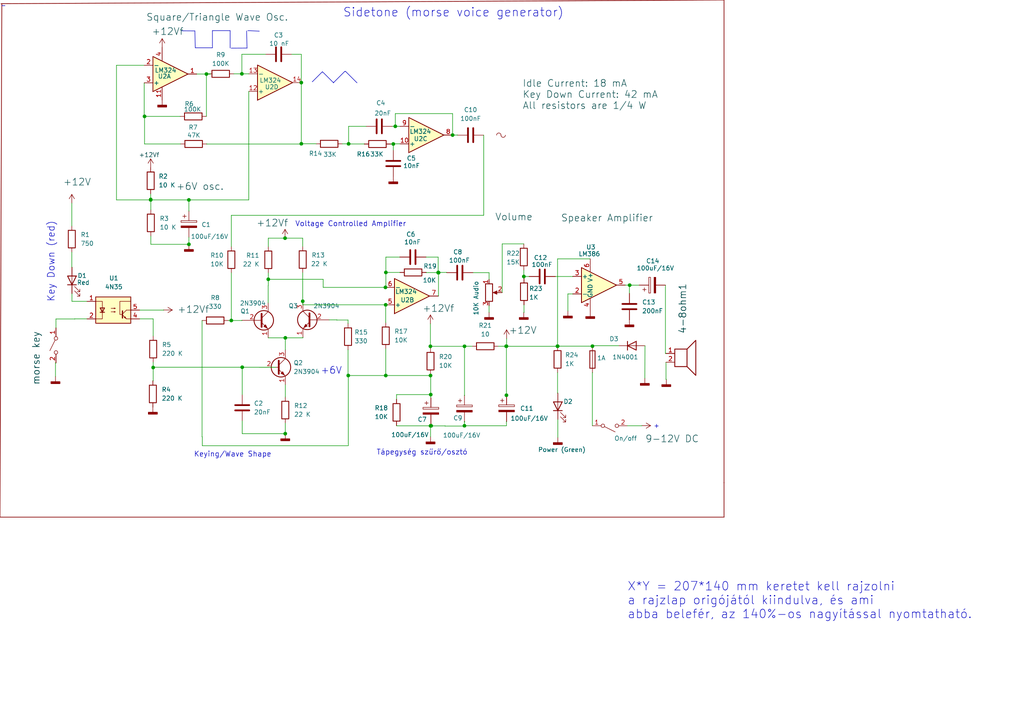
<source format=kicad_sch>
(kicad_sch (version 20230121) (generator eeschema)
  (paper "A4")
  (title_block (title "sidetone-cw-voice-generator") (date "2024-02-03") (rev "0"))
  (lib_symbols
    (symbol "Amplifier_Audio:LM386" (pin_names (offset 0.127))
      (property "Reference" "U3" (at -2.3596 11.0316 0))
      (property "Value" "LM386" (at -2.7923 9.0535 0))
      (symbol "LM386_0_1"
        (polyline (pts (xy 5.08 0) (xy -5.08 5.08) (xy -5.08 -5.08) (xy 5.08 0)) (stroke (width 0.254)) (fill (type background)))
      )
      (symbol "LM386_1_1"
        (pin no_connect line (at 0 0 270) (length 2.54) hide (name "GAIN") (number "1"))
        (pin input line (at -7.62 -2.54 0) (length 2.54) (name "-") (number "2"))
        (pin input line (at -7.62 2.54 0) (length 2.54) (name "+") (number "3"))
        (pin power_in line (at -2.54 -7.62 90) (length 3.81) (name "GND") (number "4"))
        (pin output line (at 7.62 0 180) (length 2.54) (name "~") (number "5"))
        (pin power_in line (at -2.54 7.62 270) (length 3.81) (name "V+") (number "6"))
        (pin no_connect line (at -1.27 0 90) (length 2.5) hide (name "BYPASS") (number "7"))
        (pin no_connect line (at 1.27 1.27 270) (length 1.5) hide (name "GAIN") (number "8"))
      )
    )
    (symbol "Amplifier_Operational:LM324" (pin_names (offset 0.127))
      (property "Reference" "U" (at 0 5.08 0))
      (property "Value" "LM324" (at 0 -5.08 0))
      (symbol "LM324_1_1"
        (polyline (pts (xy -5.08 5.08) (xy 5.08 0) (xy -5.08 -5.08) (xy -5.08 5.08)) (stroke (width 0.254)) (fill (type background)))
        (pin output line (at 7.62 0 180) (length 2.54) (name "~") (number "1"))
        (pin input line (at -7.62 -2.54 0) (length 2.54) (name "-") (number "2"))
        (pin input line (at -7.62 2.54 0) (length 2.54) (name "+") (number "3"))
      )
      (symbol "LM324_2_1"
        (polyline (pts (xy -5.08 5.08) (xy 5.08 0) (xy -5.08 -5.08) (xy -5.08 5.08)) (stroke (width 0.254)) (fill (type background)))
        (pin input line (at -7.62 2.54 0) (length 2.54) (name "+") (number "5"))
        (pin input line (at -7.62 -2.54 0) (length 2.54) (name "-") (number "6"))
        (pin output line (at 7.62 0 180) (length 2.54) (name "~") (number "7"))
      )
      (symbol "LM324_3_1"
        (polyline (pts (xy -5.08 5.08) (xy 5.08 0) (xy -5.08 -5.08) (xy -5.08 5.08)) (stroke (width 0.254)) (fill (type background)))
        (pin input line (at -7.62 2.54 0) (length 2.54) (name "+") (number "10"))
        (pin output line (at 7.62 0 180) (length 2.54) (name "~") (number "8"))
        (pin input line (at -7.62 -2.54 0) (length 2.54) (name "-") (number "9"))
      )
      (symbol "LM324_4_1"
        (polyline (pts (xy -5.08 5.08) (xy 5.08 0) (xy -5.08 -5.08) (xy -5.08 5.08)) (stroke (width 0.254)) (fill (type background)))
        (pin input line (at -7.62 2.54 0) (length 2.54) (name "+") (number "12"))
        (pin input line (at -7.62 -2.54 0) (length 2.54) (name "-") (number "13"))
        (pin output line (at 7.62 0 180) (length 2.54) (name "~") (number "14"))
      )
      (symbol "LM324_5_1"
        (pin power_in line (at -2.54 -7.62 90) (length 3.81) (name "V-") (number "11"))
        (pin power_in line (at -2.54 7.62 270) (length 3.81) (name "V+") (number "4"))
      )
    )
    (symbol "Device:C" (pin_numbers hide) (pin_names (offset 0.254))
      (property "Reference" "C" (at 0.635 2.54 0))
      (property "Value" "C" (at 0.635 -2.54 0))
      (symbol "C_0_1"
        (polyline (pts (xy -2.032 -0.762) (xy 2.032 -0.762)) (stroke (width 0.508)))
        (polyline (pts (xy -2.032 0.762) (xy 2.032 0.762)) (stroke (width 0.508)))
      )
      (symbol "C_1_1"
        (pin passive line (at 0 3.81 270) (length 2.794) (name "~") (number "1"))
        (pin passive line (at 0 -3.81 90) (length 2.794) (name "~") (number "2"))
      )
    )
    (symbol "Device:C_Polarized" (pin_numbers hide) (pin_names (offset 0.254))
      (property "Reference" "C" (at 0.635 2.54 0))
      (property "Value" "C_Polarized" (at 0.635 -2.54 0))
      (symbol "C_Polarized_0_1"
        (rectangle (start -2.286 0.508) (end 2.286 1.016))
        (polyline (pts (xy -1.778 2.286) (xy -0.762 2.286)))
        (polyline (pts (xy -1.27 2.794) (xy -1.27 1.778)))
        (rectangle (start 2.286 -0.508) (end -2.286 -1.016) (fill (type outline)))
      )
      (symbol "C_Polarized_1_1"
        (pin passive line (at 0 3.81 270) (length 2.794) (name "~") (number "1"))
        (pin passive line (at 0 -3.81 90) (length 2.794) (name "~") (number "2"))
      )
    )
    (symbol "Device:Fuse" (pin_numbers hide) (pin_names (offset 0))
      (property "Reference" "F" (at 2.032 0 90))
      (property "Value" "Fuse" (at -1.905 0 90))
      (symbol "Fuse_0_1"
        (rectangle (start -0.762 -2.54) (end 0.762 2.54) (stroke (width 0.254)))
        (polyline (pts (xy 0 2.54) (xy 0 -2.54)))
      )
      (symbol "Fuse_1_1"
        (pin passive line (at 0 3.81 270) (length 1.27) (name "~") (number "1"))
        (pin passive line (at 0 -3.81 90) (length 1.27) (name "~") (number "2"))
      )
    )
    (symbol "Device:LED" (pin_numbers hide) (pin_names (offset 1.016) hide)
      (property "Reference" "D" (at 0 2.54 0))
      (property "Value" "LED" (at 0 -2.54 0))
      (symbol "LED_0_1"
        (polyline (pts (xy -1.27 -1.27) (xy -1.27 1.27)) (stroke (width 0.254)))
        (polyline (pts (xy -1.27 0) (xy 1.27 0)))
        (polyline (pts (xy 1.27 -1.27) (xy 1.27 1.27) (xy -1.27 0) (xy 1.27 -1.27)) (stroke (width 0.254)))
        (polyline (pts (xy -3.048 -0.762) (xy -4.572 -2.286) (xy -3.81 -2.286) (xy -4.572 -2.286) (xy -4.572 -1.524)))
        (polyline (pts (xy -1.778 -0.762) (xy -3.302 -2.286) (xy -2.54 -2.286) (xy -3.302 -2.286) (xy -3.302 -1.524)))
      )
      (symbol "LED_1_1"
        (pin passive line (at -3.81 0 0) (length 2.54) (name "K") (number "1"))
        (pin passive line (at 3.81 0 180) (length 2.54) (name "A") (number "2"))
      )
    )
    (symbol "Device:R" (pin_numbers hide) (pin_names (offset 0))
      (property "Reference" "R" (at 2.032 0 90))
      (property "Value" "R" (at 0 0 90))
      (symbol "R_0_1"
        (rectangle (start -1.016 -2.54) (end 1.016 2.54) (stroke (width 0.254)))
      )
      (symbol "R_1_1"
        (pin passive line (at 0 3.81 270) (length 1.27) (name "~") (number "1"))
        (pin passive line (at 0 -3.81 90) (length 1.27) (name "~") (number "2"))
      )
    )
    (symbol "Device:R_Potentiometer" (pin_names (offset 1.016) hide)
      (property "Reference" "RV" (at -4.445 0 90))
      (property "Value" "R_Potentiometer" (at -2.54 0 90))
      (symbol "R_Potentiometer_0_1"
        (polyline (pts (xy 2.54 0) (xy 1.524 0)))
        (polyline (pts (xy 1.143 0) (xy 2.286 0.508) (xy 2.286 -0.508) (xy 1.143 0)) (fill (type outline)))
        (rectangle (start 1.016 2.54) (end -1.016 -2.54) (stroke (width 0.254)))
      )
      (symbol "R_Potentiometer_1_1"
        (pin passive line (at 0 3.81 270) (length 1.27) (name "1") (number "1"))
        (pin passive line (at 3.81 0 180) (length 1.27) (name "2") (number "2"))
        (pin passive line (at 0 -3.81 90) (length 1.27) (name "3") (number "3"))
      )
    )
    (symbol "Device:Speaker" (pin_names (offset 0) hide)
      (property "Reference" "LS" (at 1.27 5.715 0))
      (property "Value" "Speaker" (at 1.27 3.81 0))
      (symbol "Speaker_0_0"
        (rectangle (start -2.54 1.27) (end 1.016 -3.81) (stroke (width 0.254)))
        (polyline (pts (xy 1.016 1.27) (xy 3.556 3.81) (xy 3.556 -6.35) (xy 1.016 -3.81)) (stroke (width 0.254)))
      )
      (symbol "Speaker_1_1"
        (pin input line (at -5.08 0 0) (length 2.54) (name "1") (number "1"))
        (pin input line (at -5.08 -2.54 0) (length 2.54) (name "2") (number "2"))
      )
    )
    (symbol "Diode:1N4001" (pin_numbers hide) (pin_names hide)
      (property "Reference" "D" (at 0 2.54 0))
      (property "Value" "1N4001" (at 0 -2.54 0))
      (symbol "1N4001_0_1"
        (polyline (pts (xy -1.27 1.27) (xy -1.27 -1.27)) (stroke (width 0.254)))
        (polyline (pts (xy 1.27 0) (xy -1.27 0)))
        (polyline (pts (xy 1.27 1.27) (xy 1.27 -1.27) (xy -1.27 0) (xy 1.27 1.27)) (stroke (width 0.254)))
      )
      (symbol "1N4001_1_1"
        (pin passive line (at -3.81 0 0) (length 2.54) (name "K") (number "1"))
        (pin passive line (at 3.81 0 180) (length 2.54) (name "A") (number "2"))
      )
    )
    (symbol "Isolator:4N35" (pin_names (offset 1.016))
      (property "Reference" "U1" (at 0.1536 9.2654 0))
      (property "Value" "4N35" (at 0.1536 6.7254 0))
      (symbol "4N35_0_1"
        (rectangle (start -5.08 3.81) (end 5.08 -3.81) (stroke (width 0.254)) (fill (type background)))
        (polyline (pts (xy -3.81 -0.635) (xy -2.54 -0.635)) (stroke (width 0.254)))
        (polyline (pts (xy 2.667 -1.397) (xy 3.81 -2.54)))
        (polyline (pts (xy 2.667 -1.143) (xy 3.81 0)))
        (polyline (pts (xy 3.81 -2.54) (xy 5.08 -2.54)))
        (polyline (pts (xy 3.81 0) (xy 5.08 0)))
        (polyline (pts (xy 2.667 -0.254) (xy 2.667 -2.286) (xy 2.667 -2.286)) (stroke (width 0.3556)))
        (polyline (pts (xy -5.08 -2.54) (xy -3.175 -2.54) (xy -3.175 2.54) (xy -5.08 2.54)))
        (polyline (pts (xy -3.175 -0.635) (xy -3.81 0.635) (xy -2.54 0.635) (xy -3.175 -0.635)) (stroke (width 0.254)))
        (polyline (pts (xy 3.683 -2.413) (xy 3.429 -1.905) (xy 3.175 -2.159) (xy 3.683 -2.413)))
        (polyline (pts (xy 5.08 2.54) (xy 1.905 2.54) (xy 1.905 -1.27) (xy 2.54 -1.27)))
        (polyline (pts (xy -0.635 -0.508) (xy 0.635 -0.508) (xy 0.254 -0.635) (xy 0.254 -0.381) (xy 0.635 -0.508)))
        (polyline (pts (xy -0.635 0.508) (xy 0.635 0.508) (xy 0.254 0.381) (xy 0.254 0.635) (xy 0.635 0.508)))
      )
      (symbol "4N35_1_1"
        (pin passive line (at -7.62 2.54 0) (length 2.54) (name "~") (number "1"))
        (pin passive line (at -7.62 -2.54 0) (length 2.54) (name "~") (number "2"))
        (pin no_connect line (at -5.08 0 0) (length 2.54) hide (name "NC") (number "3"))
        (pin passive line (at 7.62 -2.54 180) (length 2.54) (name "~") (number "4"))
        (pin passive line (at 7.62 0 180) (length 2.54) (name "~") (number "5"))
        (pin no_connect line (at 2.54 2.54 0) (length 2.54) hide (name "~") (number "6"))
      )
    )
    (symbol "LM324_3" (pin_names (offset 0.127) hide)
      (property "Reference" "U" (at 0 5.08 0))
      (property "Value" "LM324" (at 0 -5.08 0))
      (symbol "LM324_3_1_1"
        (polyline (pts (xy -5.08 5.08) (xy 5.08 0) (xy -5.08 -5.08) (xy -5.08 5.08)) (stroke (width 0.254)) (fill (type background)))
        (pin output line (at 7.62 0 180) (length 2.54) (name "~") (number "1"))
        (pin input line (at -7.62 -2.54 0) (length 2.54) (name "-") (number "2"))
        (pin input line (at -7.62 2.54 0) (length 2.54) (name "+") (number "3"))
      )
      (symbol "LM324_3_2_1"
        (polyline (pts (xy -5.08 5.08) (xy 5.08 0) (xy -5.08 -5.08) (xy -5.08 5.08)) (stroke (width 0.254)) (fill (type background)))
        (pin input line (at -7.62 2.54 0) (length 2.54) (name "+") (number "5"))
        (pin input line (at -7.62 -2.54 0) (length 2.54) (name "-") (number "6"))
        (pin output line (at 7.62 0 180) (length 2.54) (name "~") (number "7"))
      )
      (symbol "LM324_3_3_1"
        (polyline (pts (xy -5.08 5.08) (xy 5.08 0) (xy -5.08 -5.08) (xy -5.08 5.08)) (stroke (width 0.254)) (fill (type background)))
        (pin input line (at -7.62 2.54 0) (length 2.54) (name "+") (number "10"))
        (pin output line (at 7.62 0 180) (length 2.54) (name "~") (number "8"))
        (pin input line (at -7.62 -2.54 0) (length 2.54) (name "-") (number "9"))
      )
      (symbol "LM324_3_4_1"
        (polyline (pts (xy -5.08 5.08) (xy 5.08 0) (xy -5.08 -5.08) (xy -5.08 5.08)) (stroke (width 0.254)) (fill (type background)))
        (pin input line (at -7.62 2.54 0) (length 2.54) (name "+") (number "12"))
        (pin input line (at -7.62 -2.54 0) (length 2.54) (name "-") (number "13"))
        (pin output line (at 7.62 0 180) (length 2.54) (name "~") (number "14"))
      )
      (symbol "LM324_3_5_1"
        (pin power_in line (at -2.54 -7.62 90) (length 3.81) (name "V-") (number "11"))
        (pin power_in line (at -2.54 7.62 270) (length 3.81) (name "V+") (number "4"))
      )
    )
    (symbol "Simulation_SPICE:VSIN" (pin_numbers hide) (pin_names (offset 0.0254) hide)
      (symbol "VSIN_0_0"
        (arc (start 0 0) (mid -0.635 0.6323) (end -1.27 0))
        (arc (start 0 0) (mid 0.635 -0.6323) (end 1.27 0))
      )
    )
    (symbol "Switch:SW_DPST_x2" (pin_names (offset 0) hide)
      (property "Reference" "SW" (at 0 3.175 0))
      (property "Value" "SW_DPST_x2" (at 0 -2.54 0))
      (symbol "SW_DPST_x2_0_0"
        (circle (center -2.032 0) (radius 0.508))
        (polyline (pts (xy -1.524 0.254) (xy 1.524 1.778)))
        (circle (center 2.032 0) (radius 0.508))
      )
      (symbol "SW_DPST_x2_1_1"
        (pin passive line (at -5.08 0 0) (length 2.54) (name "A") (number "1"))
        (pin passive line (at 5.08 0 180) (length 2.54) (name "B") (number "2"))
      )
      (symbol "SW_DPST_x2_2_1"
        (pin passive line (at -5.08 0 0) (length 2.54) (name "A") (number "3"))
        (pin passive line (at 5.08 0 180) (length 2.54) (name "B") (number "4"))
      )
    )
    (symbol "Transistor_BJT:2N3904" (pin_names (offset 0) hide)
      (property "Reference" "Q" (at 5.08 1.905 0))
      (property "Value" "2N3904" (at 5.08 0 0))
      (symbol "2N3904_0_1"
        (polyline (pts (xy 0.635 0.635) (xy 2.54 2.54)))
        (polyline (pts (xy 0.635 -0.635) (xy 2.54 -2.54) (xy 2.54 -2.54)))
        (polyline (pts (xy 0.635 1.905) (xy 0.635 -1.905) (xy 0.635 -1.905)) (stroke (width 0.508)))
        (polyline (pts (xy 1.27 -1.778) (xy 1.778 -1.27) (xy 2.286 -2.286) (xy 1.27 -1.778) (xy 1.27 -1.778)) (fill (type outline)))
        (circle (center 1.27 0) (radius 2.8194) (stroke (width 0.254)))
      )
      (symbol "2N3904_1_1"
        (pin passive line (at 2.54 -5.08 90) (length 2.54) (name "E") (number "1"))
        (pin passive line (at -5.08 0 0) (length 5.715) (name "B") (number "2"))
        (pin passive line (at 2.54 5.08 270) (length 2.54) (name "C") (number "3"))
      )
    )
    (symbol "VCC_1" (power) (pin_names (offset 0))
      (property "Value" "VCC_1" (at 0 3.81 0))
      (symbol "VCC_1_0_1"
        (polyline (pts (xy -0.762 1.27) (xy 0 2.54)))
        (polyline (pts (xy 0 0) (xy 0 2.54)))
        (polyline (pts (xy 0 2.54) (xy 0.762 1.27)))
      )
      (symbol "VCC_1_1_1"
        (pin power_in line (at 0 0 90) (length 0) hide (name "VCC") (number "1"))
      )
    )
    (symbol "power:GNDD" (power) (pin_names (offset 0))
      (property "Value" "GNDD" (at 0 -3.175 0))
      (symbol "GNDD_0_1"
        (rectangle (start -1.27 -1.524) (end 1.27 -2.032) (stroke (width 0.254)) (fill (type outline)))
        (polyline (pts (xy 0 0) (xy 0 -1.524)))
      )
      (symbol "GNDD_1_1"
        (pin power_in line (at 0 0 270) (length 0) hide (name "GNDD") (number "1"))
      )
    )
    (symbol "power:VCC" (power) (pin_names (offset 0))
      (property "Value" "VCC" (at 0 3.81 0))
      (symbol "VCC_0_1"
        (polyline (pts (xy -0.762 1.27) (xy 0 2.54)))
        (polyline (pts (xy 0 0) (xy 0 2.54)))
        (polyline (pts (xy 0 2.54) (xy 0.762 1.27)))
      )
      (symbol "VCC_1_1"
        (pin power_in line (at 0 0 90) (length 0) hide (name "VCC") (number "1"))
      )
    )
  )
  (junction (at 124.8648 108.9173))
  (junction (at 124.9285 114.4492))
  (junction (at 146.8864 100.4216))
  (junction (at 182.6301 82.7092))
  (junction (at 146.8864 114.6369))
  (junction (at 70.1535 21.4162))
  (junction (at 54.7889 70.8612))
  (junction (at 43.7062 57.983))
  (junction (at 127.1797 79.0582))
  (junction (at 171.8323 100.4011))
  (junction (at 77.8155 81.0052))
  (junction (at 111.886 108.9173))
  (junction (at 161.7134 100.4011))
  (junction (at 151.9306 80.1949))
  (junction (at 111.8683 88.4098))
  (junction (at 134.7257 100.446))
  (junction (at 70.2524 106.5108))
  (junction (at 134.7124 123.4873))
  (junction (at 87.3989 41.6948))
  (junction (at 87.8039 87.3696))
  (junction (at 114.0661 41.7627))
  (junction (at 111.919 79.0175))
  (junction (at 43.7062 57.8585))
  (junction (at 44.4279 106.5963))
  (junction (at 131.2716 39.174))
  (junction (at 114.6586 36.6414))
  (junction (at 161.7134 100.4308))
  (junction (at 59.873 21.4741))
  (junction (at 124.837 100.446))
  (junction (at 101.1091 41.718))
  (junction (at 125.0491 123.5056))
  (junction (at 127.1797 79.0859))
  (junction (at 124.8755 123.5056))
  (junction (at 101.0154 108.9173))
  (junction (at 146.808 100.4216))
  (junction (at 111.7973 83.3575))
  (junction (at 82.7562 97.9894))
  (junction (at 41.9235 33.7589))
  (junction (at 127.0839 79.0582))
  (junction (at 82.6723 69.0736))
  (junction (at 54.7843 57.983))
  (junction (at 67.0954 92.9552))
  (junction (at 82.7395 125.7799))
  (junction (at 87.3947 23.9597))
  (wire (pts (xy 111.919 83.3575) (xy 111.919 79.0175)))
  (wire (pts (xy 132.6851 39.1988) (xy 132.6851 39.174)))
  (wire (pts (xy 134.7124 123.4873) (xy 134.7124 122.3832)))
  (wire (pts (xy 70.2524 125.7799) (xy 82.7395 125.7799)))
  (wire (pts (xy 111.886 93.4098) (xy 111.886 93.5717)))
  (wire (pts (xy 54.7843 57.983) (xy 72.1547 57.983)))
  (wire (pts (xy 127.0839 74.5678) (xy 123.5555 74.5678)))
  (wire (pts (xy 58.6747 129.286) (xy 58.6747 126.6683)))
  (wire (pts (xy 41.9235 41.7526) (xy 52.3545 41.7526)))
  (polyline (pts (xy 61.6139 8.8821) (xy 66.7494 8.8821)))
  (wire (pts (xy 87.8039 69.0736) (xy 82.6723 69.0736)))
  (wire (pts (xy 141.8514 79.0859) (xy 141.8514 81.0489)))
  (wire (pts (xy 153.462 80.1949) (xy 151.9306 80.1949)))
  (wire (pts (xy 182.5584 85.1096) (xy 182.5584 82.7092)))
  (wire (pts (xy 115.0174 114.4492) (xy 124.9285 114.4492)))
  (wire (pts (xy 124.837 100.9383) (xy 124.8648 100.9383)))
  (wire (pts (xy 20.8289 73.1559) (xy 20.8289 77.516)))
  (wire (pts (xy 129.0949 123.5296) (xy 129.0949 123.5732)))
  (wire (pts (xy 146.8864 114.6369) (xy 146.8864 114.724)))
  (wire (pts (xy 87.3947 41.6948) (xy 87.3989 41.6948)))
  (wire (pts (xy 124.9718 115.3708) (xy 124.9285 115.3708)))
  (wire (pts (xy 111.886 108.9173) (xy 124.8648 108.9173)))
  (polyline (pts (xy 75.2177 9.0373) (xy 71.8849 8.8821)))
  (wire (pts (xy 151.9797 90.6001) (xy 151.9138 90.6001)))
  (wire (pts (xy 187.0747 100.2769) (xy 187.028 109.7046)))
  (wire (pts (xy 77.8155 81.0052) (xy 93.7345 81.0052)))
  (wire (pts (xy 59.9745 41.7526) (xy 59.9745 41.773)))
  (wire (pts (xy 99.2848 41.718) (xy 101.1091 41.718)))
  (wire (pts (xy 70.1535 15.7401) (xy 70.1535 21.4162)))
  (wire (pts (xy 82.7395 122.744) (xy 82.7395 125.7799)))
  (wire (pts (xy 16.0907 109.2098) (xy 16.0907 105.2656)))
  (wire (pts (xy 100.9455 101.4474) (xy 100.9455 108.9173)))
  (wire (pts (xy 44.4279 105.0654) (xy 44.4279 106.5963)))
  (wire (pts (xy 43.7062 57.983) (xy 54.7843 57.983)))
  (wire (pts (xy 47.4374 89.9407) (xy 47.4374 89.9114)))
  (wire (pts (xy 161.7134 114.017) (xy 161.7909 114.017)))
  (wire (pts (xy 91.6648 41.6948) (xy 91.6648 41.718)))
  (wire (pts (xy 43.7062 57.983) (xy 33.7878 57.983)))
  (wire (pts (xy 54.7889 68.8185) (xy 54.7889 70.8612)))
  (polyline (pts (xy 93.4363 20.8693) (xy 93.5943 20.8693)))
  (wire (pts (xy 115.0174 123.5056) (xy 115.0174 123.417)))
  (wire (pts (xy 61.002 21.4741) (xy 61.002 21.4162)))
  (wire (pts (xy 44.5046 106.5108) (xy 70.2524 106.5108)))
  (wire (pts (xy 125.0491 123.5056) (xy 125.0491 123.5296)))
  (wire (pts (xy 44.4279 92.4807) (xy 44.4279 97.4454)))
  (wire (pts (xy 67.0954 92.9552) (xy 70.1598 92.9552)))
  (wire (pts (xy 101.0154 108.9173) (xy 111.886 108.9173)))
  (wire (pts (xy 134.7124 123.4873) (xy 134.7124 123.5732)))
  (wire (pts (xy 146.8864 100.4216) (xy 146.8864 114.6369)))
  (wire (pts (xy 193.1695 105.0632) (xy 193.1695 110.0163)))
  (wire (pts (xy 111.919 74.5678) (xy 115.9355 74.5678)))
  (wire (pts (xy 77.8155 82.8294) (xy 77.8155 81.0052)))
  (wire (pts (xy 146.9365 114.6369) (xy 146.8864 114.6369)))
  (wire (pts (xy 193.2576 110.0163) (xy 193.2576 110.0695)))
  (polyline (pts (xy 0.5267 1.645) (xy 1.454 1.645)))
  (wire (pts (xy 87.8603 87.3696) (xy 87.8039 87.3696)))
  (wire (pts (xy 21.6686 92.4807) (xy 21.6686 92.516)))
  (wire (pts (xy 134.7574 122.3832) (xy 134.7124 122.3832)))
  (wire (pts (xy 113.8085 36.6414) (xy 114.6586 36.6414)))
  (wire (pts (xy 146.9369 100.4216) (xy 146.8864 100.4216)))
  (wire (pts (xy 182.6301 82.7009) (xy 182.6301 82.7092)))
  (wire (pts (xy 124.837 100.446) (xy 134.7257 100.446)))
  (wire (pts (xy 116.0316 41.714) (xy 114.0661 41.714)))
  (wire (pts (xy 82.7558 115.124) (xy 82.7395 115.124)))
  (wire (pts (xy 82.7562 97.9894) (xy 87.8603 97.9894)))
  (polyline (pts (xy 56.5208 8.9674) (xy 52.7005 8.9361)))
  (wire (pts (xy 131.2716 32.9501) (xy 114.6586 32.9501)))
  (wire (pts (xy 124.9718 122.9908) (xy 125.0491 122.9908)))
  (wire (pts (xy 79.9979 106.5192) (xy 75.1358 106.5192)))
  (wire (pts (xy 134.7257 114.6605) (xy 134.7257 100.446)))
  (wire (pts (xy 87.8603 97.9894) (xy 87.8603 97.8574)))
  (wire (pts (xy 132.6851 39.174) (xy 131.2716 39.174)))
  (wire (pts (xy 93.7345 81.0052) (xy 93.7345 83.3575)))
  (wire (pts (xy 59.873 33.7589) (xy 59.873 21.4741)))
  (polyline (pts (xy 210 150) (xy 0 150)) (stroke (width 0.2) (color 132 0 0 1)))
  (wire (pts (xy 25.236 87.4007) (xy 20.8688 87.4007)))
  (wire (pts (xy 161.7909 126.88) (xy 161.7909 121.637)))
  (wire (pts (xy 146.808 100.4216) (xy 146.8864 100.4216)))
  (wire (pts (xy 77.8155 69.0736) (xy 82.6723 69.0736)))
  (wire (pts (xy 171.8323 100.4011) (xy 171.8323 100.2769)))
  (wire (pts (xy 87.3989 41.773) (xy 87.3989 41.6948)))
  (wire (pts (xy 87.3947 15.7401) (xy 87.3947 23.9597)))
  (polyline (pts (xy 66.7494 8.8821) (xy 66.7494 13.9133)))
  (wire (pts (xy 77.0009 15.7401) (xy 70.1535 15.7401)))
  (wire (pts (xy 145.6614 70.7354) (xy 145.6614 84.8589)))
  (wire (pts (xy 57.063 21.4741) (xy 59.873 21.4741)))
  (polyline (pts (xy 0.5267 1.1813) (xy 0 150)) (stroke (width 0.2) (color 132 0 0 1)))
  (wire (pts (xy 87.8039 71.4732) (xy 87.8039 69.0736)))
  (polyline (pts (xy 0.2949 1.0701) (xy 210 0)) (stroke (width 0.2) (color 132 0 0 1)))
  (wire (pts (xy 181.3559 82.7009) (xy 182.6301 82.7009)))
  (wire (pts (xy 134.7122 122.2805) (xy 134.7574 122.2805)))
  (wire (pts (xy 134.7257 114.6605) (xy 134.7122 114.6605)))
  (wire (pts (xy 125.0491 123.5056) (xy 124.8755 123.5056)))
  (wire (pts (xy 124.837 93.9071) (xy 124.837 100.446)))
  (wire (pts (xy 67.0954 71.5127) (xy 67.0954 62.4589)))
  (wire (pts (xy 127.1083 85.8698) (xy 127.1797 85.8698)))
  (wire (pts (xy 61.002 21.4162) (xy 60.1997 21.4162)))
  (wire (pts (xy 124.8755 126.6885) (xy 124.8755 123.5056)))
  (wire (pts (xy 97.709 92.7774) (xy 97.709 92.8173)))
  (wire (pts (xy 111.7973 83.3575) (xy 111.919 83.3575)))
  (wire (pts (xy 82.7558 111.5992) (xy 82.7558 115.124)))
  (wire (pts (xy 87.8039 79.0932) (xy 87.8039 87.3696)))
  (wire (pts (xy 124.8648 108.5583) (xy 124.8648 108.9173)))
  (wire (pts (xy 124.9285 115.3708) (xy 124.9285 114.4492)))
  (wire (pts (xy 58.6048 126.6683) (xy 58.6048 92.9552)))
  (wire (pts (xy 77.8155 69.0736) (xy 77.8155 71.544)))
  (wire (pts (xy 127.0839 79.0582) (xy 127.1797 79.0582)))
  (wire (pts (xy 59.873 21.4741) (xy 61.002 21.4741)))
  (wire (pts (xy 43.7062 56.2315) (xy 43.7062 57.8585)))
  (wire (pts (xy 124.837 100.446) (xy 124.837 100.9383)))
  (polyline (pts (xy 100.231 20.7113) (xy 103.5493 24.0296)))
  (wire (pts (xy 70.2524 122.0773) (xy 70.2524 125.7799)))
  (wire (pts (xy 171.8323 100.4011) (xy 171.8323 100.4585)))
  (wire (pts (xy 114.6586 32.9501) (xy 114.6586 36.6414)))
  (wire (pts (xy 134.7257 100.4216) (xy 136.9372 100.4216)))
  (wire (pts (xy 70.1535 21.4162) (xy 72.1547 21.4162)))
  (polyline (pts (xy 56.6364 13.8676) (xy 61.6139 13.8676)))
  (wire (pts (xy 54.7843 57.983) (xy 54.7843 61.1985)))
  (wire (pts (xy 84.6209 15.7401) (xy 87.3947 15.7401)))
  (wire (pts (xy 134.7124 123.4873) (xy 146.8864 123.4873)))
  (wire (pts (xy 161.7134 75.0809) (xy 161.7134 100.4011)))
  (wire (pts (xy 70.2524 106.5108) (xy 79.9979 106.5108)))
  (wire (pts (xy 127.0839 79.0859) (xy 127.1797 79.0859)))
  (wire (pts (xy 193.0019 82.7092) (xy 193.0019 102.5232)))
  (wire (pts (xy 116.0316 36.6414) (xy 116.0316 36.634)))
  (wire (pts (xy 114.0661 41.714) (xy 114.0661 41.7627)))
  (wire (pts (xy 100.9455 93.8274) (xy 100.9455 92.8173)))
  (wire (pts (xy 166.1159 80.1949) (xy 166.1159 80.1609)))
  (wire (pts (xy 95.4803 92.7774) (xy 97.709 92.7774)))
  (polyline (pts (xy 96.7546 23.9506) (xy 99.9939 20.7113)))
  (wire (pts (xy 151.9306 80.7987) (xy 151.9797 80.7987)))
  (wire (pts (xy 144.5572 100.4216) (xy 146.808 100.4216)))
  (wire (pts (xy 131.2716 39.174) (xy 131.2716 39.2227)))
  (wire (pts (xy 134.7574 122.2805) (xy 134.7574 122.3832)))
  (wire (pts (xy 161.7134 100.4011) (xy 171.8323 100.4011)))
  (wire (pts (xy 141.8514 88.6689) (xy 141.8514 90.5825)))
  (wire (pts (xy 146.808 100.4308) (xy 161.7134 100.4308)))
  (wire (pts (xy 127.1797 85.8698) (xy 127.1797 79.0859)))
  (wire (pts (xy 77.7798 97.9894) (xy 82.7562 97.9894)))
  (wire (pts (xy 127.1797 79.0175) (xy 129.5585 79.0175)))
  (wire (pts (xy 93.7345 83.3575) (xy 111.7973 83.3575)))
  (wire (pts (xy 127.0839 74.5678) (xy 127.0839 79.0582)))
  (wire (pts (xy 114.6586 36.6414) (xy 116.0316 36.6414)))
  (wire (pts (xy 72.1547 26.4997) (xy 72.1547 57.983)))
  (wire (pts (xy 125.0491 123.5296) (xy 129.0949 123.5296)))
  (wire (pts (xy 87.8603 87.6974) (xy 87.8603 87.3696)))
  (polyline (pts (xy 61.6139 13.8676) (xy 61.6139 8.8821)))
  (wire (pts (xy 151.9306 80.1949) (xy 151.9306 80.7987)))
  (wire (pts (xy 77.8155 81.0052) (xy 77.8155 79.164)))
  (wire (pts (xy 164.7108 85.2492) (xy 164.7108 90.1806)))
  (wire (pts (xy 101.0154 108.9173) (xy 100.9455 108.9173)))
  (wire (pts (xy 123.624 79.0582) (xy 123.624 79.0175)))
  (wire (pts (xy 161.082 80.1949) (xy 166.1159 80.1949)))
  (wire (pts (xy 146.9365 122.2569) (xy 146.8864 122.2569)))
  (wire (pts (xy 43.7484 57.8585) (xy 43.7062 57.8585)))
  (wire (pts (xy 146.8864 122.2569) (xy 146.8864 123.4873)))
  (wire (pts (xy 87.8039 88.4098) (xy 87.8039 87.3696)))
  (wire (pts (xy 101.0154 129.286) (xy 58.6747 129.286)))
  (wire (pts (xy 166.1159 85.2492) (xy 166.1159 85.2409)))
  (wire (pts (xy 137.1785 79.0859) (xy 141.8514 79.0859)))
  (polyline (pts (xy 96.7546 24.0296) (xy 96.7546 23.9506)))
  (polyline (pts (xy 210 0) (xy 210 140)) (stroke (width 0.2) (color 132 0 0 1)))
  (wire (pts (xy 129.5585 79.0175) (xy 129.5585 79.0859)))
  (wire (pts (xy 161.7134 108.0508) (xy 161.7134 114.017)))
  (wire (pts (xy 111.7973 83.3298) (xy 111.7973 83.3575)))
  (wire (pts (xy 161.7134 100.4011) (xy 161.7134 100.4308)))
  (wire (pts (xy 127.0839 79.0582) (xy 127.0839 79.0859)))
  (wire (pts (xy 124.8648 108.9173) (xy 124.9285 108.9173)))
  (wire (pts (xy 43.7062 57.8585) (xy 43.7062 57.983)))
  (wire (pts (xy 100.9455 92.8173) (xy 97.709 92.8173)))
  (wire (pts (xy 16.0907 105.2656) (xy 16.2326 105.2656)))
  (wire (pts (xy 134.7257 100.4216) (xy 134.7257 100.446)))
  (wire (pts (xy 33.7878 18.9341) (xy 41.823 18.9341)))
  (wire (pts (xy 101.1091 36.6414) (xy 106.1885 36.6414)))
  (wire (pts (xy 113.2863 41.7627) (xy 114.0661 41.7627)))
  (wire (pts (xy 115.0174 114.4492) (xy 115.0174 115.797)))
  (wire (pts (xy 40.476 92.4807) (xy 44.4279 92.4807)))
  (wire (pts (xy 41.9235 33.7589) (xy 41.823 33.7589)))
  (wire (pts (xy 87.3989 41.6948) (xy 91.6648 41.6948)))
  (wire (pts (xy 186.1504 123.4941) (xy 186.1504 123.4547)))
  (wire (pts (xy 44.4279 110.4549) (xy 44.3352 110.4549)))
  (wire (pts (xy 111.919 74.5678) (xy 111.919 79.0175)))
  (wire (pts (xy 20.8289 77.516) (xy 20.8688 77.516)))
  (wire (pts (xy 127.1797 79.0582) (xy 127.1797 79.0175)))
  (wire (pts (xy 111.8683 88.4098) (xy 111.8683 93.4098)))
  (wire (pts (xy 33.7878 57.983) (xy 33.7878 18.9341)))
  (wire (pts (xy 44.4279 106.5963) (xy 44.4279 110.4549)))
  (wire (pts (xy 129.0949 123.5732) (xy 134.7124 123.5732)))
  (wire (pts (xy 77.7798 82.8294) (xy 77.7798 87.8294)))
  (wire (pts (xy 151.9797 88.4187) (xy 151.9797 90.6001)))
  (wire (pts (xy 111.919 79.0175) (xy 116.004 79.0175)))
  (wire (pts (xy 151.9306 78.3554) (xy 151.9306 80.1949)))
  (wire (pts (xy 101.1091 41.718) (xy 101.1091 36.6414)))
  (wire (pts (xy 44.5046 106.5108) (xy 44.5046 106.5963)))
  (wire (pts (xy 79.9979 106.5108) (xy 79.9979 106.5192)))
  (wire (pts (xy 193.1695 110.0163) (xy 193.2576 110.0163)))
  (wire (pts (xy 111.8683 88.4098) (xy 87.8039 88.4098)))
  (wire (pts (xy 87.3947 23.9597) (xy 87.3947 41.6948)))
  (wire (pts (xy 43.7484 60.8431) (xy 43.7484 57.8585)))
  (wire (pts (xy 70.1598 92.9552) (xy 70.1598 92.9094)))
  (wire (pts (xy 182.6301 82.7092) (xy 185.3819 82.7092)))
  (wire (pts (xy 70.2524 114.4573) (xy 70.2524 106.5108)))
  (polyline (pts (xy 71.5322 8.9674) (xy 71.6479 13.9386)))
  (wire (pts (xy 171.8083 108.0785) (xy 171.8323 108.0785)))
  (wire (pts (xy 44.5046 106.5963) (xy 44.4279 106.5963)))
  (wire (pts (xy 111.886 101.1917) (xy 111.886 108.9173)))
  (wire (pts (xy 131.2716 32.9501) (xy 131.2716 39.174)))
  (wire (pts (xy 193.0019 102.5232) (xy 193.1695 102.5232)))
  (wire (pts (xy 124.9285 108.9173) (xy 124.9285 114.4492)))
  (polyline (pts (xy 93.5943 20.8693) (xy 96.7546 24.0296)))
  (wire (pts (xy 72.1547 21.4162) (xy 72.1547 21.4197)))
  (wire (pts (xy 134.7122 122.2805) (xy 134.7122 122.3098)))
  (polyline (pts (xy 71.6479 13.9386) (xy 67.0357 13.9662)))
  (wire (pts (xy 111.8683 83.3298) (xy 111.7973 83.3298)))
  (wire (pts (xy 41.823 24.0141) (xy 41.823 33.7589)))
  (wire (pts (xy 54.7889 70.8612) (xy 43.7484 70.8612)))
  (wire (pts (xy 54.7843 61.1985) (xy 54.7889 61.1985)))
  (wire (pts (xy 105.6663 41.7594) (xy 105.6663 41.7731)))
  (wire (pts (xy 101.1091 41.7594) (xy 105.6663 41.7594)))
  (wire (pts (xy 58.6747 126.6683) (xy 58.6048 126.6683)))
  (wire (pts (xy 40.476 89.9407) (xy 47.4374 89.9407)))
  (wire (pts (xy 146.808 100.4308) (xy 146.808 100.4216)))
  (wire (pts (xy 43.7484 70.8612) (xy 43.7484 68.4631)))
  (wire (pts (xy 125.0491 122.9908) (xy 125.0491 123.5056)))
  (wire (pts (xy 140.3051 62.4589) (xy 140.3051 39.1988)))
  (wire (pts (xy 134.7122 114.6605) (xy 134.7122 114.6898)))
  (wire (pts (xy 171.8083 123.4941) (xy 171.8083 108.0785)))
  (wire (pts (xy 164.7108 85.2492) (xy 166.1159 85.2492)))
  (wire (pts (xy 41.9235 33.7589) (xy 41.9235 41.7526)))
  (wire (pts (xy 181.9683 123.4941) (xy 186.1504 123.4941)))
  (wire (pts (xy 21.6686 92.4807) (xy 25.236 92.4807)))
  (wire (pts (xy 146.9369 98.2061) (xy 146.9369 100.4216)))
  (wire (pts (xy 66.2248 92.9552) (xy 67.0954 92.9552)))
  (wire (pts (xy 101.0154 108.9173) (xy 101.0154 129.286)))
  (wire (pts (xy 111.8683 93.4098) (xy 111.886 93.4098)))
  (polyline (pts (xy 90.5921 23.7135) (xy 93.4363 20.8693)))
  (wire (pts (xy 67.0954 79.1327) (xy 67.0954 92.9552)))
  (wire (pts (xy 179.4547 100.2769) (xy 171.8323 100.2769)))
  (wire (pts (xy 77.7798 82.8294) (xy 77.8155 82.8294)))
  (wire (pts (xy 151.9306 70.7354) (xy 145.6614 70.7354)))
  (wire (pts (xy 20.8688 87.4007) (xy 20.8688 85.136)))
  (wire (pts (xy 82.7562 101.4392) (xy 82.7558 101.4392)))
  (wire (pts (xy 41.9235 33.7589) (xy 52.253 33.7589)))
  (wire (pts (xy 127.1797 79.0582) (xy 127.1797 79.0859)))
  (wire (pts (xy 67.0954 62.4589) (xy 140.3051 62.4589)))
  (wire (pts (xy 16.2326 92.516) (xy 16.2326 95.1056)))
  (wire (pts (xy 59.9745 41.773) (xy 87.3989 41.773)))
  (polyline (pts (xy 210 140) (xy 210 150)) (stroke (width 0.2) (color 132 0 0 1)))
  (wire (pts (xy 171.1959 75.0809) (xy 161.7134 75.0809)))
  (wire (pts (xy 114.0661 41.7627) (xy 114.0661 43.6206)))
  (polyline (pts (xy 90.5921 23.7136) (xy 90.5921 23.7135)))
  (wire (pts (xy 16.2326 92.516) (xy 21.6686 92.516)))
  (polyline (pts (xy 99.9939 20.7113) (xy 100.231 20.7113)))
  (wire (pts (xy 82.7562 97.9894) (xy 82.7562 101.4392)))
  (wire (pts (xy 101.1091 41.718) (xy 101.1091 41.7594)))
  (wire (pts (xy 20.8289 65.5359) (xy 20.8289 58.9231)))
  (polyline (pts (xy 56.5208 8.9674) (xy 56.6364 13.8676)))
  (wire (pts (xy 124.8755 123.5056) (xy 115.0174 123.5056)))
  (wire (pts (xy 182.5584 82.7092) (xy 182.6301 82.7092)))
  (wire (pts (xy 67.8197 21.4162) (xy 70.1535 21.4162)))
  (wire (pts (xy 113.2863 41.7627) (xy 113.2863 41.7731)))
  (wire (pts (xy 127.0839 79.0582) (xy 123.624 79.0582)))
  (text "Sidetone (morse voice generator)" (at 99.4393 5.2051 0) (effects (font (size 2.5 2.5)) (justify left bottom)))
  (text "X*Y = 207*140 mm keretet kell rajzolni\na rajzlap origójától kiindulva, és ami \nabba belefér, az 140%-os nagyítással nyomtatható." (at 181.9302 179.7384 0) (effects (font (size 2.5 2.5)) (justify left bottom)))
  (text "+6V" (at 92.9536 108.7675 0) (effects (font (size 2 2)) (justify left bottom)))
  (text "9-12V DC" (at 187.138 128.667 0) (effects (font (size 2 2)) (justify left bottom)))
  (text "+" (at 189.5521 124.4423 0) (effects (font (size 1.27 1.27)) (justify left bottom)))
  (text "Volume" (at 143.5796 64.302 0) (effects (font (size 2 2)) (justify left bottom)))
  (text "+12Vf" (at 51.4194 91.1439 0) (effects (font (size 2 2)) (justify left bottom)))
  (text "Key Down (red)" (at 15.9877 87.7718 90) (effects (font (size 2 2)) (justify left bottom)))
  (text "Square/Triangle Wave Osc." (at 42.3911 6.3756 0) (effects (font (size 2 2)) (justify left bottom)))
  (text "Tápegység szűrő/osztó" (at 109.1593 132.1872 0) (effects (font (size 1.5 1.5)) (justify left bottom)))
  (text "Keying/Wave Shape" (at 56.2111 132.7551 0) (effects (font (size 1.5 1.5)) (justify left bottom)))
  (text "+12Vf" (at 40.2589 45.9152 0) (effects (font (size 1.27 1.27)) (justify left bottom)))
  (text "+12Vf" (at 74.3045 66.0633 0) (effects (font (size 2 2)) (justify left bottom)))
  (text "+6V osc." (at 51.0647 55.4578 0) (effects (font (size 2 2)) (justify left bottom)))
  (text "+12V" (at 18.2602 54.1815 0) (effects (font (size 2 2)) (justify left bottom)))
  (text "+12V" (at 147.5365 97.1909 0) (effects (font (size 2 2)) (justify left bottom)))
  (text "Speaker Amplifier" (at 162.6752 64.6015 0) (effects (font (size 2 2)) (justify left bottom)))
  (text "+12Vf" (at 122.4844 90.8437 0) (effects (font (size 2 2)) (justify left bottom)))
  (text "Idle Current: 18 mA\nKey Down Current: 42 mA\nAll resistors are 1/4 W" (at 151.5397 31.9912 0) (effects (font (size 2 2)) (justify left bottom)))
  (text "Voltage Controlled Amplifier" (at 85.5838 65.9403 0) (effects (font (size 1.5 1.5)) (justify left bottom)))
  (text "+12Vf" (at 43.9722 10.5199 0) (effects (font (size 2 2)) (justify left bottom)))
  (symbol (lib_id "Device:R") (at 115.0174 119.607 0) (mirror y) (unit 1)
    (property "Reference" "R18" (at 112.5595 118.337 0) (effects (justify left)))
    (property "Value" "10K" (at 112.5595 120.877 0) (effects (justify left)))
    (property "Footprint" "Resistor_THT:R_Axial_DIN0207_L6.3mm_D2.5mm_P7.62mm_Horizontal" (effects hide))
  )
  (symbol (lib_id "Amplifier_Audio:LM386") (at 173.7359 82.7009 0) (unit 1)
    (property "Reference" "U3" (at 171.3763 71.6693 0))
    (property "Value" "LM386" (at 170.9436 73.6474 0))
    (property "Footprint" "Package_DIP:DIP-6_W7.62mm_LongPads" (effects hide))
    (property "Datasheet" "http://www.ti.com/lit/ds/symlink/lm386.pdf" (effects hide))
  )
  (symbol (lib_id "Device:C") (at 136.4951 39.1988 90) (unit 1)
    (property "Reference" "C10" (at 136.4951 31.8491 90))
    (property "Value" "100nF" (at 136.4951 34.3891 90))
    (property "Footprint" "Capacitor_THT:CP_Radial_D8.0mm_P3.80mm" (effects hide))
  )
  (symbol (lib_id "Device:R") (at 95.4748 41.718 90) (unit 1)
    (property "Reference" "R14" (at 91.5305 44.5186 90))
    (property "Value" "33K" (at 95.7021 44.803 90))
    (property "Footprint" "Resistor_THT:R_Axial_DIN0207_L6.3mm_D2.5mm_P7.62mm_Horizontal" (effects hide))
  )
  (symbol (lib_id "Device:R") (at 119.814 79.0175 90) (unit 1)
    (property "Reference" "R19" (at 124.7479 77.1942 90))
    (property "Value" "10K" (at 124.5616 81.2934 90))
    (property "Footprint" "Resistor_THT:R_Axial_DIN0207_L6.3mm_D2.5mm_P7.62mm_Horizontal" (effects hide))
  )
  (symbol (lib_id "power:GNDD") (at 16.0907 109.2098 0) (unit 1)
    (property "Reference" "#PWR01" (effects hide))
    (property "Value" "GNDD" (effects hide))
  )
  (symbol (lib_id "Device:C_Polarized") (at 54.7889 65.0085 0) (unit 1)
    (property "Reference" "C1" (at 58.4172 65.1604 0) (effects (justify left)))
    (property "Value" "100uF/16V" (at 55.3117 68.5894 0) (effects (justify left)))
    (property "Footprint" "Capacitor_THT:CP_Radial_D8.0mm_P3.80mm" (effects hide))
  )
  (symbol (lib_id "power:GNDD") (at 114.0661 51.2406 0) (unit 1)
    (property "Reference" "#PWR011" (effects hide))
    (property "Value" "GNDD" (effects hide))
  )
  (symbol (lib_id "Device:C") (at 119.7455 74.5678 90) (unit 1)
    (property "Reference" "C6" (at 119.158 67.9709 90))
    (property "Value" "10nF" (at 119.6239 70.2068 90))
    (property "Footprint" "Capacitor_THT:CP_Radial_D8.0mm_P3.80mm" (effects hide))
  )
  (symbol (lib_id "Device:C") (at 182.5584 88.9196 0) (unit 1)
    (property "Reference" "C13" (at 186.2176 87.6496 0) (effects (justify left)))
    (property "Value" "200nF" (at 186.2176 90.1896 0) (effects (justify left)))
    (property "Footprint" "Capacitor_THT:CP_Radial_D8.0mm_P3.80mm" (effects hide))
  )
  (symbol (lib_id "power:GNDD") (at 124.8755 126.6885 0) (unit 1)
    (property "Reference" "#PWR013" (effects hide))
    (property "Value" "GNDD" (effects hide))
  )
  (symbol (lib_id "Switch:SW_DPST_x2") (at 176.8883 123.4941 0) (mirror x) (unit 1)
    (property "Reference" "SW2" (effects hide))
    (property "Value" "On/off" (at 178.1583 127.1518 0) (effects (justify left)))
  )
  (symbol (lib_id "power:GNDD") (at 44.3352 118.0749 0) (unit 1)
    (property "Reference" "#PWR04" (effects hide))
    (property "Value" "GNDD" (effects hide))
  )
  (symbol (lib_id "Device:R") (at 111.886 97.3817 0) (unit 1)
    (property "Reference" "R17" (at 114.3546 96.1117 0) (effects (justify left)))
    (property "Value" "10K" (at 114.3546 98.6517 0) (effects (justify left)))
    (property "Footprint" "Resistor_THT:R_Axial_DIN0207_L6.3mm_D2.5mm_P7.62mm_Horizontal" (effects hide))
  )
  (symbol (lib_id "Device:C_Polarized") (at 134.7122 118.4998 0) (unit 1)
    (property "Reference" "C9" (at 131.4471 121.25 0) (effects (justify left)))
    (property "Value" "100uF/16V" (at 128.435 126.2474 0) (effects (justify left)))
    (property "Footprint" "Capacitor_THT:CP_Radial_D8.0mm_P3.80mm" (effects hide))
  )
  (symbol (lib_id "Amplifier_Operational:LM324") (at 79.7747 23.9597 0) (mirror x) (unit 4)
    (property "Reference" "U2" (at 78.8114 25.2246 0))
    (property "Value" "LM324" (at 78.4269 23.3018 0))
    (property "Footprint" "001_user_library:DIP-14_296_ELL_LM324" (effects hide))
    (property "Datasheet" "http://www.ti.com/lit/ds/symlink/lm2902-n.pdf" (effects hide))
  )
  (symbol (lib_id "power:GNDD") (at 141.8514 90.5825 0) (unit 1)
    (property "Reference" "#PWR014" (effects hide))
    (property "Value" "GNDD" (effects hide))
  )
  (symbol (lib_id "power:GNDD") (at 193.2576 110.0695 0) (unit 1)
    (property "Reference" "#PWR023" (effects hide))
    (property "Value" "GNDD" (effects hide))
  )
  (symbol (lib_id "Device:C") (at 157.272 80.1949 90) (unit 1)
    (property "Reference" "C12" (at 156.78 74.7401 90))
    (property "Value" "100nF" (at 157.1921 76.7492 90))
    (property "Footprint" "Capacitor_THT:CP_Radial_D8.0mm_P3.80mm" (effects hide))
  )
  (symbol (lib_id "Transistor_BJT:2N3904") (at 80.2158 106.5192 0) (unit 1)
    (property "Reference" "Q2" (at 85.1262 105.2492 0) (effects (justify left)))
    (property "Value" "2N3904" (at 85.1262 107.7892 0) (effects (justify left)))
    (property "Footprint" "Package_TO_SOT_THT:TO-92_Inline" (effects hide))
    (property "Datasheet" "https://www.onsemi.com/pub/Collateral/2N3903-D.PDF" (effects hide))
  )
  (symbol (lib_id "Device:R") (at 82.7395 118.934 0) (unit 1)
    (property "Reference" "R12" (at 85.2795 117.664 0) (effects (justify left)))
    (property "Value" "22 K" (at 85.2795 120.204 0) (effects (justify left)))
    (property "Footprint" "Resistor_THT:R_Axial_DIN0207_L6.3mm_D2.5mm_P7.62mm_Horizontal" (effects hide))
  )
  (symbol (lib_id "Amplifier_Operational:LM324") (at 119.4883 85.8698 0) (mirror x) (unit 2)
    (property "Reference" "U2" (at 118.1631 87.0079 0))
    (property "Value" "LM324" (at 117.7785 84.5725 0))
    (property "Footprint" "001_user_library:DIP-14_296_ELL_LM324" (effects hide))
    (property "Datasheet" "http://www.ti.com/lit/ds/symlink/lm2902-n.pdf" (effects hide))
  )
  (symbol (lib_name "VCC_1") (lib_id "power:VCC") (at 47.4374 89.9114 270) (unit 1)
    (property "Reference" "#PWR07" (effects hide))
    (property "Value" "VCC" (effects hide))
  )
  (symbol (lib_id "power:GNDD") (at 82.7395 125.7799 0) (unit 1)
    (property "Reference" "#PWR010" (effects hide))
    (property "Value" "GNDD" (effects hide))
  )
  (symbol (lib_id "power:VCC") (at 20.8289 58.9231 0) (unit 1)
    (property "Reference" "#PWR02" (effects hide))
    (property "Value" "VCC" (effects hide))
  )
  (symbol (lib_id "Device:R") (at 44.4279 101.2554 0) (unit 1)
    (property "Reference" "R5" (at 46.9679 99.9854 0) (effects (justify left)))
    (property "Value" "220 K" (at 46.9679 102.5254 0) (effects (justify left)))
    (property "Footprint" "Resistor_THT:R_Axial_DIN0207_L6.3mm_D2.5mm_P7.62mm_Horizontal" (effects hide))
  )
  (symbol (lib_id "Device:C") (at 133.3685 79.0859 90) (unit 1)
    (property "Reference" "C8" (at 132.7601 73.0949 90))
    (property "Value" "100nF" (at 133.2259 75.5172 90))
    (property "Footprint" "Capacitor_THT:CP_Radial_D8.0mm_P3.80mm" (effects hide))
  )
  (symbol (lib_id "Device:R") (at 109.4763 41.7731 90) (mirror x) (unit 1)
    (property "Reference" "R16" (at 105.4026 44.7142 90))
    (property "Value" "33K" (at 109.2898 44.7142 90))
    (property "Footprint" "Resistor_THT:R_Axial_DIN0207_L6.3mm_D2.5mm_P7.62mm_Horizontal" (effects hide))
  )
  (symbol (lib_id "Transistor_BJT:2N3904") (at 75.2398 92.9094 0) (unit 1)
    (property "Reference" "Q1" (at 69.7046 90.25 0) (effects (justify left)))
    (property "Value" "2N3904" (at 69.54 87.9456 0) (effects (justify left)))
    (property "Footprint" "Package_TO_SOT_THT:TO-92_Inline" (effects hide))
    (property "Datasheet" "https://www.onsemi.com/pub/Collateral/2N3903-D.PDF" (effects hide))
  )
  (symbol (lib_id "Device:LED") (at 20.8688 81.326 90) (unit 1)
    (property "Reference" "D1" (at 22.4803 79.9596 90) (effects (justify right)))
    (property "Value" "Red" (at 22.2907 81.9506 90) (effects (justify right)))
  )
  (symbol (lib_id "Isolator:4N35") (at 32.856 89.9407 0) (unit 1)
    (property "Reference" "U1" (at 33.0096 80.6753 0))
    (property "Value" "4N35" (at 33.0096 83.2153 0))
    (property "Footprint" "Package_DIP:DIP-6_W7.62mm_Socket_LongPads" (effects hide))
    (property "Datasheet" "https://www.vishay.com/docs/81181/4n35.pdf" (effects hide))
  )
  (symbol (lib_id "Device:R") (at 87.8039 75.2832 0) (unit 1)
    (property "Reference" "R13" (at 90.3439 74.0132 0) (effects (justify left)))
    (property "Value" "22 K" (at 90.1764 76.5332 0) (effects (justify left)))
    (property "Footprint" "Resistor_THT:R_Axial_DIN0207_L6.3mm_D2.5mm_P7.62mm_Horizontal" (effects hide))
  )
  (symbol (lib_id "Transistor_BJT:2N3904") (at 90.4003 92.7774 0) (mirror y) (unit 1)
    (property "Reference" "Q3" (at 86.4239 88.7252 0) (effects (justify left)))
    (property "Value" "2N3904" (at 98.4899 88.7252 0) (effects (justify left)))
    (property "Footprint" "Package_TO_SOT_THT:TO-92_Inline" (effects hide))
    (property "Datasheet" "https://www.onsemi.com/pub/Collateral/2N3903-D.PDF" (effects hide))
  )
  (symbol (lib_id "Device:Speaker") (at 198.2495 102.5232 0) (unit 1)
    (property "Reference" "4-8ohm1" (at 197.9899 96.892 90) (effects (font (size 2 2)) (justify left)))
    (property "Value" "Speaker" (effects hide))
  )
  (symbol (lib_id "Amplifier_Operational:LM324") (at 49.443 21.4741 0) (mirror x) (unit 1)
    (property "Reference" "U2" (at 47.6886 22.1245 0))
    (property "Value" "LM324" (at 48.0359 20.3881 0))
    (property "Footprint" "001_user_library:DIP-14_296_ELL_LM324" (effects hide))
    (property "Datasheet" "http://www.ti.com/lit/ds/symlink/lm2902-n.pdf" (effects hide))
  )
  (symbol (lib_id "Device:R") (at 56.063 33.7589 270) (unit 1)
    (property "Reference" "R6" (at 54.8676 30.1475 90))
    (property "Value" "100K" (at 55.8401 31.7103 90))
    (property "Footprint" "Resistor_THT:R_Axial_DIN0207_L6.3mm_D2.5mm_P7.62mm_Horizontal" (effects hide))
  )
  (symbol (lib_id "Device:LED") (at 161.7909 117.827 90) (unit 1)
    (property "Reference" "D2" (at 163.4024 116.4606 90) (effects (justify right)))
    (property "Value" "Power (Green)" (at 156.0304 130.4151 90) (effects (justify right)))
  )
  (symbol (lib_name "LM324_3") (lib_id "Amplifier_Operational:LM324") (at 49.5765 21.3683 0) (unit 5)
    (property "Reference" "U2" (effects hide))
    (property "Value" "LM324" (effects hide))
    (property "Footprint" "001_user_library:DIP-14_296_ELL_LM324" (effects hide))
    (property "Datasheet" "http://www.ti.com/lit/ds/symlink/lm2902-n.pdf" (effects hide))
  )
  (symbol (lib_id "Device:R") (at 62.4148 92.9552 90) (unit 1)
    (property "Reference" "R8" (at 62.4148 86.3653 90))
    (property "Value" "330" (at 62.4148 88.9053 90))
    (property "Footprint" "Resistor_THT:R_Axial_DIN0207_L6.3mm_D2.5mm_P7.62mm_Horizontal" (effects hide))
  )
  (symbol (lib_id "power:VCC") (at 186.1504 123.4547 270) (unit 1)
    (property "Reference" "#PWR021" (effects hide))
    (property "Value" "VCC" (effects hide))
  )
  (symbol (lib_id "Device:R") (at 140.7472 100.4216 90) (unit 1)
    (property "Reference" "R21" (at 140.7472 94.4002 90))
    (property "Value" "10" (at 140.7472 96.9402 90))
    (property "Footprint" "Resistor_THT:R_Axial_DIN0207_L6.3mm_D2.5mm_P7.62mm_Horizontal" (effects hide))
  )
  (symbol (lib_id "Device:C") (at 80.8109 15.7401 270) (unit 1)
    (property "Reference" "C3" (at 80.7741 10.2086 90))
    (property "Value" "10 nF" (at 80.9605 12.6309 90))
    (property "Footprint" "Capacitor_THT:CP_Radial_D8.0mm_P3.80mm" (effects hide))
  )
  (symbol (lib_id "Device:R") (at 56.1645 41.7526 270) (unit 1)
    (property "Reference" "R7" (at 56.0156 36.9493 90))
    (property "Value" "47K" (at 56.2017 39.2299 90))
    (property "Footprint" "Resistor_THT:R_Axial_DIN0207_L6.3mm_D2.5mm_P7.62mm_Horizontal" (effects hide))
  )
  (symbol (lib_id "Device:R") (at 100.9455 97.6374 180) (unit 1)
    (property "Reference" "R15" (at 102.7946 96.3674 0) (effects (justify right)))
    (property "Value" "330" (at 102.7946 98.9074 0) (effects (justify right)))
    (property "Footprint" "Resistor_THT:R_Axial_DIN0207_L6.3mm_D2.5mm_P7.62mm_Horizontal" (effects hide))
  )
  (symbol (lib_id "Device:C") (at 70.2524 118.2673 0) (unit 1)
    (property "Reference" "C2" (at 73.6321 116.9973 0) (effects (justify left)))
    (property "Value" "20nF" (at 73.6321 119.5373 0) (effects (justify left)))
    (property "Footprint" "Capacitor_THT:CP_Radial_D8.0mm_P3.80mm" (effects hide))
  )
  (symbol (lib_id "power:GNDD") (at 182.5584 92.7296 0) (unit 1)
    (property "Reference" "#PWR020" (effects hide))
    (property "Value" "GNDD" (effects hide))
  )
  (symbol (lib_id "Device:R") (at 124.8648 104.7483 0) (unit 1)
    (property "Reference" "R20" (at 127.2776 103.4783 0) (effects (justify left)))
    (property "Value" "10K" (at 127.2776 106.0183 0) (effects (justify left)))
    (property "Footprint" "Resistor_THT:R_Axial_DIN0207_L6.3mm_D2.5mm_P7.62mm_Horizontal" (effects hide))
  )
  (symbol (lib_id "Device:C") (at 109.9985 36.6414 270) (unit 1)
    (property "Reference" "C4" (at 109.0962 29.8664 90) (effects (justify left)))
    (property "Value" "20nF" (at 108.572 32.8556 90) (effects (justify left)))
    (property "Footprint" "Capacitor_THT:CP_Radial_D8.0mm_P3.80mm" (effects hide))
  )
  (symbol (lib_id "Device:C_Polarized") (at 189.1919 82.7092 90) (unit 1)
    (property "Reference" "C14" (at 191.2777 75.6933 90) (effects (justify left)))
    (property "Value" "100uF/16V" (at 195.5441 77.7791 90) (effects (justify left)))
    (property "Footprint" "Capacitor_THT:CP_Radial_D8.0mm_P3.80mm" (effects hide))
  )
  (symbol (lib_id "Device:Fuse") (at 171.8323 104.2685 0) (unit 1)
    (property "Reference" "F1" (effects hide))
    (property "Value" "1A" (at 173.1493 103.8403 0) (effects (justify left)))
    (property "Footprint" "Fuse:Fuse_Littelfuse-LVR125" (effects hide))
  )
  (symbol (lib_id "Device:R") (at 151.9306 74.5454 0) (mirror y) (unit 1)
    (property "Reference" "R22" (at 150.7857 73.4924 0) (effects (justify left)))
    (property "Value" "15K" (at 150.7857 76.0324 0) (effects (justify left)))
    (property "Footprint" "Resistor_THT:R_Axial_DIN0207_L6.3mm_D2.5mm_P7.62mm_Horizontal" (effects hide))
  )
  (symbol (lib_id "Device:R") (at 43.7484 64.6531 0) (unit 1)
    (property "Reference" "R3" (at 46.2884 63.3831 0) (effects (justify left)))
    (property "Value" "10 K" (at 46.2884 65.9231 0) (effects (justify left)))
    (property "Footprint" "Resistor_THT:R_Axial_DIN0207_L6.3mm_D2.5mm_P7.62mm_Horizontal" (effects hide))
  )
  (symbol (lib_id "power:GNDD") (at 164.7108 90.1806 0) (unit 1)
    (property "Reference" "#PWR018" (effects hide))
    (property "Value" "GNDD" (effects hide))
  )
  (symbol (lib_id "Device:R_Potentiometer") (at 141.8514 84.8589 0) (unit 1)
    (property "Reference" "RV1" (effects hide))
    (property "Value" "10K Audio" (at 138.0705 81.4798 90) (effects (justify right)))
    (property "Footprint" "Potentiometer_THT:Potentiometer_Alps_RK09K_Single_Horizontal" (effects hide))
  )
  (symbol (lib_id "Device:R") (at 67.0954 75.3227 0) (mirror x) (unit 1)
    (property "Reference" "R10" (at 64.8887 74.0527 0) (effects (justify right)))
    (property "Value" "10K" (at 64.8887 76.5927 0) (effects (justify right)))
    (property "Footprint" "Resistor_THT:R_Axial_DIN0207_L6.3mm_D2.5mm_P7.62mm_Horizontal" (effects hide))
  )
  (symbol (lib_id "Diode:1N4001") (at 183.2647 100.2769 0) (unit 1)
    (property "Reference" "D3" (at 178.0782 98.2953 0))
    (property "Value" "1N4001" (at 181.3642 103.5665 0))
    (property "Footprint" "Diode_THT:D_DO-41_SOD81_P10.16mm_Horizontal" (effects hide))
    (property "Datasheet" "http://www.vishay.com/docs/88503/1n4001.pdf" (effects hide))
    (property "Sim.Device" "D" (effects hide))
    (property "Sim.Pins" "1=K 2=A" (effects hide))
  )
  (symbol (lib_id "power:VCC") (at 47.0365 13.7483 0) (unit 1)
    (property "Reference" "#PWR05" (effects hide))
    (property "Value" "VCC" (effects hide))
  )
  (symbol (lib_id "power:GNDD") (at 54.7889 70.8612 0) (unit 1)
    (property "Reference" "#PWR08" (effects hide))
    (property "Value" "GNDD" (effects hide))
  )
  (symbol (lib_id "Amplifier_Operational:LM324") (at 123.6516 39.174 0) (mirror x) (unit 3)
    (property "Reference" "U2" (at 122.0173 40.2573 0))
    (property "Value" "LM324" (at 121.9375 38.1306 0))
    (property "Footprint" "001_user_library:DIP-14_296_ELL_LM324" (effects hide))
    (property "Datasheet" "http://www.ti.com/lit/ds/symlink/lm2902-n.pdf" (effects hide))
  )
  (symbol (lib_id "Device:R") (at 64.0097 21.4162 90) (unit 1)
    (property "Reference" "R9" (at 64.0097 15.8997 90))
    (property "Value" "100K" (at 64.0097 18.4397 90))
    (property "Footprint" "Resistor_THT:R_Axial_DIN0207_L6.3mm_D2.5mm_P7.62mm_Horizontal" (effects hide))
  )
  (symbol (lib_name "VCC_1") (lib_id "power:VCC") (at 43.7062 48.6115 0) (unit 1)
    (property "Reference" "#PWR03" (effects hide))
    (property "Value" "VCC" (effects hide))
  )
  (symbol (lib_id "Device:R") (at 44.3352 114.2649 0) (unit 1)
    (property "Reference" "R4" (at 46.8752 112.9949 0) (effects (justify left)))
    (property "Value" "220 K" (at 46.8752 115.5349 0) (effects (justify left)))
    (property "Footprint" "Resistor_THT:R_Axial_DIN0207_L6.3mm_D2.5mm_P7.62mm_Horizontal" (effects hide))
  )
  (symbol (lib_id "power:GNDD") (at 151.9138 90.6001 0) (unit 1)
    (property "Reference" "#PWR016" (effects hide))
    (property "Value" "GNDD" (effects hide))
  )
  (symbol (lib_id "Device:C_Polarized") (at 124.9718 119.1808 0) (unit 1)
    (property "Reference" "C7" (at 121.1101 121.6608 0) (effects (justify left)))
    (property "Value" "100uF/16V" (at 113.4429 126.1105 0) (effects (justify left)))
    (property "Footprint" "Capacitor_THT:CP_Radial_D8.0mm_P3.80mm" (effects hide))
  )
  (symbol (lib_id "Device:R") (at 20.8289 69.3459 0) (unit 1)
    (property "Reference" "R1" (at 23.3689 68.0759 0) (effects (justify left)))
    (property "Value" "750" (at 23.3689 70.6159 0) (effects (justify left)))
    (property "Footprint" "Resistor_THT:R_Axial_DIN0207_L6.3mm_D2.5mm_P7.62mm_Horizontal" (effects hide))
  )
  (symbol (lib_id "Device:C_Polarized") (at 146.9365 118.4469 0) (unit 1)
    (property "Reference" "C11" (at 150.8341 118.4662 0) (effects (justify left)))
    (property "Value" "100uF/16V" (at 148.0391 121.3543 0) (effects (justify left)))
    (property "Footprint" "Capacitor_THT:CP_Radial_D8.0mm_P3.80mm" (effects hide))
  )
  (symbol (lib_id "power:VCC") (at 124.837 93.9071 0) (unit 1)
    (property "Reference" "#PWR012" (effects hide))
    (property "Value" "VCC" (effects hide))
  )
  (symbol (lib_id "Device:R") (at 77.8155 75.354 0) (mirror y) (unit 1)
    (property "Reference" "R11" (at 75.2755 74.084 0) (effects (justify left)))
    (property "Value" "22 K" (at 75.2755 76.624 0) (effects (justify left)))
    (property "Footprint" "Resistor_THT:R_Axial_DIN0207_L6.3mm_D2.5mm_P7.62mm_Horizontal" (effects hide))
  )
  (symbol (lib_id "power:GNDD") (at 171.1959 90.3209 0) (unit 1)
    (property "Reference" "#PWR019" (effects hide))
    (property "Value" "GNDD" (effects hide))
  )
  (symbol (lib_id "power:GNDD") (at 47.0365 28.9883 0) (unit 1)
    (property "Reference" "#PWR06" (effects hide))
    (property "Value" "GNDD" (effects hide))
  )
  (symbol (lib_id "Switch:SW_DPST_x2") (at 16.2326 100.1856 90) (mirror x) (unit 1)
    (property "Reference" "SW1" (effects hide))
    (property "Value" "morse key" (at 10.4686 95.9483 0) (effects (font (size 2 2)) (justify left)))
  )
  (symbol (lib_id "Device:R") (at 43.7062 52.4215 0) (unit 1)
    (property "Reference" "R2" (at 45.9962 51.1515 0) (effects (justify left)))
    (property "Value" "10 K" (at 45.9962 53.6915 0) (effects (justify left)))
    (property "Footprint" "Resistor_THT:R_Axial_DIN0207_L6.3mm_D2.5mm_P7.62mm_Horizontal" (effects hide))
  )
  (symbol (lib_id "Simulation_SPICE:VSIN") (at 145.31 39.2034 0) (unit 1)
    (property "Reference" "V1" (effects hide))
    (property "Value" "VSIN" (effects hide))
    (property "Footprint" "001_user_library:DIP-14_296_ELL_LM324" (effects hide))
    (property "Sim.Pins" "1=+ 2=-" (effects hide))
    (property "Sim.Params" "dc=0 ampl=1 f=1k ac=1" (effects hide))
    (property "Sim.Type" "SIN" (effects hide))
    (property "Sim.Device" "V" (effects hide))
  )
  (symbol (lib_id "power:GNDD") (at 187.028 109.7046 0) (unit 1)
    (property "Reference" "#PWR022" (effects hide))
    (property "Value" "GNDD" (effects hide))
  )
  (symbol (lib_id "Device:R") (at 161.7134 104.2408 0) (unit 1)
    (property "Reference" "R24" (at 163.8846 102.9708 0) (effects (justify left)))
    (property "Value" "1K" (at 163.8846 105.5108 0) (effects (justify left)))
    (property "Footprint" "Resistor_THT:R_Axial_DIN0207_L6.3mm_D2.5mm_P7.62mm_Horizontal" (effects hide))
  )
  (symbol (lib_id "power:VCC") (at 82.6723 69.0736 0) (unit 1)
    (property "Reference" "#PWR09" (effects hide))
    (property "Value" "VCC" (effects hide))
  )
  (symbol (lib_id "Device:C") (at 114.0661 47.4306 0) (unit 1)
    (property "Reference" "C5" (at 117.9533 45.9121 0) (effects (justify left)))
    (property "Value" "10nF" (at 116.9245 48.0839 0) (effects (justify left)))
    (property "Footprint" "Capacitor_THT:CP_Radial_D8.0mm_P3.80mm" (effects hide))
  )
  (symbol (lib_id "power:GNDD") (at 161.7909 126.88 0) (unit 1)
    (property "Reference" "#PWR017" (effects hide))
    (property "Value" "GNDD" (effects hide))
  )
  (symbol (lib_id "power:VCC") (at 146.9369 98.2061 0) (unit 1)
    (property "Reference" "#PWR015" (effects hide))
    (property "Value" "VCC" (effects hide))
  )
  (symbol (lib_id "Device:R") (at 151.9797 84.6087 0) (unit 1)
    (property "Reference" "R23" (at 153.4705 83.6975 0) (effects (justify left)))
    (property "Value" "1K" (at 153.4705 86.2375 0) (effects (justify left)))
    (property "Footprint" "Resistor_THT:R_Axial_DIN0207_L6.3mm_D2.5mm_P7.62mm_Horizontal" (effects hide))
  )
)
</source>
